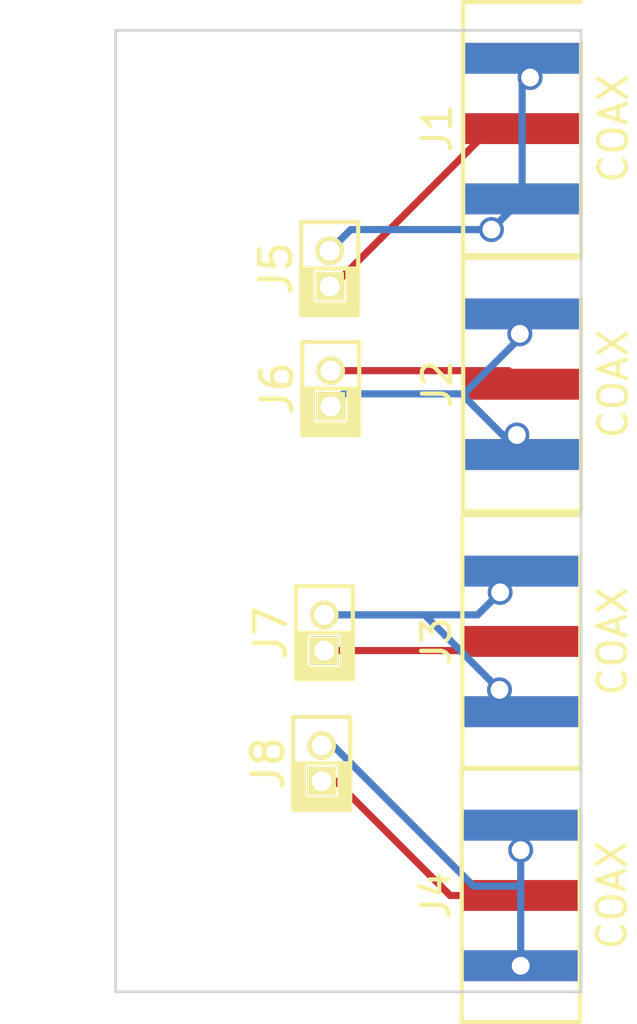
<source format=kicad_pcb>
(kicad_pcb (version 3) (host pcbnew "(2013-may-18)-stable")

  (general
    (links 20)
    (no_connects 0)
    (area 0 0 0 0)
    (thickness 1.6)
    (drawings 5)
    (tracks 61)
    (zones 0)
    (modules 8)
    (nets 9)
  )

  (page A3)
  (layers
    (15 F.Cu signal)
    (0 B.Cu signal)
    (16 B.Adhes user)
    (17 F.Adhes user)
    (18 B.Paste user)
    (19 F.Paste user)
    (20 B.SilkS user)
    (21 F.SilkS user)
    (22 B.Mask user)
    (23 F.Mask user)
    (24 Dwgs.User user)
    (25 Cmts.User user)
    (26 Eco1.User user)
    (27 Eco2.User user)
    (28 Edge.Cuts user)
  )

  (setup
    (last_trace_width 0.254)
    (trace_clearance 0.254)
    (zone_clearance 0.508)
    (zone_45_only no)
    (trace_min 0.254)
    (segment_width 0.2)
    (edge_width 0.1)
    (via_size 0.889)
    (via_drill 0.635)
    (via_min_size 0.889)
    (via_min_drill 0.508)
    (uvia_size 0.508)
    (uvia_drill 0.127)
    (uvias_allowed no)
    (uvia_min_size 0.508)
    (uvia_min_drill 0.127)
    (pcb_text_width 0.3)
    (pcb_text_size 1.5 1.5)
    (mod_edge_width 0.15)
    (mod_text_size 1 1)
    (mod_text_width 0.15)
    (pad_size 1.1 4.2)
    (pad_drill 0)
    (pad_to_mask_clearance 0)
    (aux_axis_origin 0 0)
    (visible_elements FFFFFFBF)
    (pcbplotparams
      (layerselection 3178497)
      (usegerberextensions true)
      (excludeedgelayer true)
      (linewidth 0.150000)
      (plotframeref false)
      (viasonmask false)
      (mode 1)
      (useauxorigin false)
      (hpglpennumber 1)
      (hpglpenspeed 20)
      (hpglpendiameter 15)
      (hpglpenoverlay 2)
      (psnegative false)
      (psa4output false)
      (plotreference true)
      (plotvalue true)
      (plotothertext true)
      (plotinvisibletext false)
      (padsonsilk false)
      (subtractmaskfromsilk false)
      (outputformat 1)
      (mirror false)
      (drillshape 1)
      (scaleselection 1)
      (outputdirectory ""))
  )

  (net 0 "")
  (net 1 N-000001)
  (net 2 N-000002)
  (net 3 N-000003)
  (net 4 N-000004)
  (net 5 N-000005)
  (net 6 N-000006)
  (net 7 N-000007)
  (net 8 N-000008)

  (net_class Default "This is the default net class."
    (clearance 0.254)
    (trace_width 0.254)
    (via_dia 0.889)
    (via_drill 0.635)
    (uvia_dia 0.508)
    (uvia_drill 0.127)
    (add_net "")
    (add_net N-000001)
    (add_net N-000002)
    (add_net N-000003)
    (add_net N-000004)
    (add_net N-000005)
    (add_net N-000006)
    (add_net N-000007)
    (add_net N-000008)
  )

  (module SMA_EDGE (layer F.Cu) (tedit 54DC29C8) (tstamp 54DC2BAD)
    (at 295.9227 108.9279 90)
    (path /54DC2663)
    (fp_text reference J2 (at 0 -5.125 90) (layer F.SilkS)
      (effects (font (size 1 1) (thickness 0.15)))
    )
    (fp_text value COAX (at 0 1.15 90) (layer F.SilkS)
      (effects (font (size 1 1) (thickness 0.15)))
    )
    (fp_line (start 4.5 0) (end 4.5 -4.2) (layer F.SilkS) (width 0.15))
    (fp_line (start 4.5 -4.2) (end -4.5 -4.2) (layer F.SilkS) (width 0.15))
    (fp_line (start -4.5 -4.2) (end -4.5 0) (layer F.SilkS) (width 0.15))
    (fp_line (start -4.5 0) (end -3.05 0) (layer F.SilkS) (width 0.15))
    (fp_line (start -3.05 0) (end 3.05 0) (layer F.SilkS) (width 0.15))
    (pad 1 smd rect (at 0 -2.1 90) (size 1.1 4.2)
      (layers F.Cu F.Paste F.Mask)
      (net 7 N-000007)
    )
    (pad 2 smd rect (at -2.5 -2.1 90) (size 1.1 4.2)
      (layers B.Cu F.Paste F.Mask)
      (net 1 N-000001)
    )
    (pad 2 smd rect (at 2.5 -2.1 90) (size 1.1 4.2)
      (layers B.Cu F.Paste F.Mask)
      (net 1 N-000001)
    )
    (pad 2 smd rect (at 2.5 -2.1 90) (size 1.1 4.2)
      (layers F.Cu F.Paste F.Mask)
      (net 1 N-000001)
    )
    (pad 2 smd rect (at -2.5 -2.1 90) (size 1.1 4.2)
      (layers F.Cu F.Paste F.Mask)
      (net 1 N-000001)
    )
  )

  (module SMA_EDGE (layer F.Cu) (tedit 54DC29C8) (tstamp 54DC2BBB)
    (at 295.89476 118.07698 90)
    (path /54DC267B)
    (fp_text reference J3 (at 0 -5.125 90) (layer F.SilkS)
      (effects (font (size 1 1) (thickness 0.15)))
    )
    (fp_text value COAX (at 0 1.15 90) (layer F.SilkS)
      (effects (font (size 1 1) (thickness 0.15)))
    )
    (fp_line (start 4.5 0) (end 4.5 -4.2) (layer F.SilkS) (width 0.15))
    (fp_line (start 4.5 -4.2) (end -4.5 -4.2) (layer F.SilkS) (width 0.15))
    (fp_line (start -4.5 -4.2) (end -4.5 0) (layer F.SilkS) (width 0.15))
    (fp_line (start -4.5 0) (end -3.05 0) (layer F.SilkS) (width 0.15))
    (fp_line (start -3.05 0) (end 3.05 0) (layer F.SilkS) (width 0.15))
    (pad 1 smd rect (at 0 -2.1 90) (size 1.1 4.2)
      (layers F.Cu F.Paste F.Mask)
      (net 2 N-000002)
    )
    (pad 2 smd rect (at -2.5 -2.1 90) (size 1.1 4.2)
      (layers B.Cu F.Paste F.Mask)
      (net 3 N-000003)
    )
    (pad 2 smd rect (at 2.5 -2.1 90) (size 1.1 4.2)
      (layers B.Cu F.Paste F.Mask)
      (net 3 N-000003)
    )
    (pad 2 smd rect (at 2.5 -2.1 90) (size 1.1 4.2)
      (layers F.Cu F.Paste F.Mask)
      (net 3 N-000003)
    )
    (pad 2 smd rect (at -2.5 -2.1 90) (size 1.1 4.2)
      (layers F.Cu F.Paste F.Mask)
      (net 3 N-000003)
    )
  )

  (module SMA_EDGE (layer F.Cu) (tedit 54DC29C8) (tstamp 54DC2BC9)
    (at 295.8719 127.1143 90)
    (path /54DC26A8)
    (fp_text reference J4 (at 0 -5.125 90) (layer F.SilkS)
      (effects (font (size 1 1) (thickness 0.15)))
    )
    (fp_text value COAX (at 0 1.15 90) (layer F.SilkS)
      (effects (font (size 1 1) (thickness 0.15)))
    )
    (fp_line (start 4.5 0) (end 4.5 -4.2) (layer F.SilkS) (width 0.15))
    (fp_line (start 4.5 -4.2) (end -4.5 -4.2) (layer F.SilkS) (width 0.15))
    (fp_line (start -4.5 -4.2) (end -4.5 0) (layer F.SilkS) (width 0.15))
    (fp_line (start -4.5 0) (end -3.05 0) (layer F.SilkS) (width 0.15))
    (fp_line (start -3.05 0) (end 3.05 0) (layer F.SilkS) (width 0.15))
    (pad 1 smd rect (at 0 -2.1 90) (size 1.1 4.2)
      (layers F.Cu F.Paste F.Mask)
      (net 4 N-000004)
    )
    (pad 2 smd rect (at -2.5 -2.1 90) (size 1.1 4.2)
      (layers B.Cu F.Paste F.Mask)
      (net 5 N-000005)
    )
    (pad 2 smd rect (at 2.5 -2.1 90) (size 1.1 4.2)
      (layers B.Cu F.Paste F.Mask)
      (net 5 N-000005)
    )
    (pad 2 smd rect (at 2.5 -2.1 90) (size 1.1 4.2)
      (layers F.Cu F.Paste F.Mask)
      (net 5 N-000005)
    )
    (pad 2 smd rect (at -2.5 -2.1 90) (size 1.1 4.2)
      (layers F.Cu F.Paste F.Mask)
      (net 5 N-000005)
    )
  )

  (module SMA_EDGE (layer F.Cu) (tedit 54DC29C8) (tstamp 54DC2BD7)
    (at 295.9227 99.8347 90)
    (path /54DC264D)
    (fp_text reference J1 (at 0 -5.125 90) (layer F.SilkS)
      (effects (font (size 1 1) (thickness 0.15)))
    )
    (fp_text value COAX (at 0 1.15 90) (layer F.SilkS)
      (effects (font (size 1 1) (thickness 0.15)))
    )
    (fp_line (start 4.5 0) (end 4.5 -4.2) (layer F.SilkS) (width 0.15))
    (fp_line (start 4.5 -4.2) (end -4.5 -4.2) (layer F.SilkS) (width 0.15))
    (fp_line (start -4.5 -4.2) (end -4.5 0) (layer F.SilkS) (width 0.15))
    (fp_line (start -4.5 0) (end -3.05 0) (layer F.SilkS) (width 0.15))
    (fp_line (start -3.05 0) (end 3.05 0) (layer F.SilkS) (width 0.15))
    (pad 1 smd rect (at 0 -2.1 90) (size 1.1 4.2)
      (layers F.Cu F.Paste F.Mask)
      (net 8 N-000008)
    )
    (pad 2 smd rect (at -2.5 -2.1 90) (size 1.1 4.2)
      (layers B.Cu F.Paste F.Mask)
      (net 6 N-000006)
    )
    (pad 2 smd rect (at 2.5 -2.1 90) (size 1.1 4.2)
      (layers B.Cu F.Paste F.Mask)
      (net 6 N-000006)
    )
    (pad 2 smd rect (at 2.5 -2.1 90) (size 1.1 4.2)
      (layers F.Cu F.Paste F.Mask)
      (net 6 N-000006)
    )
    (pad 2 smd rect (at -2.5 -2.1 90) (size 1.1 4.2)
      (layers F.Cu F.Paste F.Mask)
      (net 6 N-000006)
    )
  )

  (module HDR_2X1_50MIL (layer F.Cu) (tedit 519A8251) (tstamp 54DC2FE9)
    (at 286.9692 104.8131 90)
    (path /54DC22D5)
    (fp_text reference J5 (at 0 -1.905 90) (layer F.SilkS)
      (effects (font (size 1.1 1.1) (thickness 0.17)))
    )
    (fp_text value CONN_2 (at 0 1.905 90) (layer F.SilkS) hide
      (effects (font (size 1.1 1.1) (thickness 0.17)))
    )
    (fp_line (start 0 0.635) (end -1.27 0.635) (layer F.SilkS) (width 0.15))
    (fp_line (start -1.27 -0.635) (end 0 -0.635) (layer F.SilkS) (width 0.15))
    (fp_line (start 0 -0.762) (end -1.27 -0.762) (layer F.SilkS) (width 0.15))
    (fp_line (start -1.27 -0.889) (end 0 -0.889) (layer F.SilkS) (width 0.15))
    (fp_line (start 0 0.762) (end -1.27 0.762) (layer F.SilkS) (width 0.15))
    (fp_line (start -1.27 0.889) (end -0.127 0.889) (layer F.SilkS) (width 0.15))
    (fp_line (start -1.27 -1.016) (end -1.27 1.016) (layer F.SilkS) (width 0.15))
    (fp_line (start -1.524 1.016) (end -1.524 -1.016) (layer F.SilkS) (width 0.15))
    (fp_line (start 0 -1.016) (end 0 1.016) (layer F.SilkS) (width 0.15))
    (fp_line (start -1.397 -1.016) (end -1.397 1.016) (layer F.SilkS) (width 0.15))
    (fp_line (start -1.651 -1.016) (end 1.651 -1.016) (layer F.SilkS) (width 0.15))
    (fp_line (start 1.651 -1.016) (end 1.651 1.016) (layer F.SilkS) (width 0.15))
    (fp_line (start 1.651 1.016) (end -1.651 1.016) (layer F.SilkS) (width 0.15))
    (fp_line (start -1.651 1.016) (end -1.651 -1.016) (layer F.SilkS) (width 0.15))
    (pad 2 thru_hole circle (at 0.635 0 180) (size 1.016 1.016) (drill 0.7112)
      (layers *.Cu *.Mask F.SilkS)
      (net 6 N-000006)
      (zone_connect 2)
    )
    (pad 1 thru_hole rect (at -0.635 0 90) (size 1.016 1.016) (drill 0.7112)
      (layers *.Cu *.Mask F.SilkS)
      (net 8 N-000008)
      (zone_connect 2)
    )
  )

  (module HDR_2X1_50MIL (layer F.Cu) (tedit 519A8251) (tstamp 54DC2FFD)
    (at 287.0073 109.0803 90)
    (path /54DC22E2)
    (fp_text reference J6 (at 0 -1.905 90) (layer F.SilkS)
      (effects (font (size 1.1 1.1) (thickness 0.17)))
    )
    (fp_text value CONN_2 (at 0 1.905 90) (layer F.SilkS) hide
      (effects (font (size 1.1 1.1) (thickness 0.17)))
    )
    (fp_line (start 0 0.635) (end -1.27 0.635) (layer F.SilkS) (width 0.15))
    (fp_line (start -1.27 -0.635) (end 0 -0.635) (layer F.SilkS) (width 0.15))
    (fp_line (start 0 -0.762) (end -1.27 -0.762) (layer F.SilkS) (width 0.15))
    (fp_line (start -1.27 -0.889) (end 0 -0.889) (layer F.SilkS) (width 0.15))
    (fp_line (start 0 0.762) (end -1.27 0.762) (layer F.SilkS) (width 0.15))
    (fp_line (start -1.27 0.889) (end -0.127 0.889) (layer F.SilkS) (width 0.15))
    (fp_line (start -1.27 -1.016) (end -1.27 1.016) (layer F.SilkS) (width 0.15))
    (fp_line (start -1.524 1.016) (end -1.524 -1.016) (layer F.SilkS) (width 0.15))
    (fp_line (start 0 -1.016) (end 0 1.016) (layer F.SilkS) (width 0.15))
    (fp_line (start -1.397 -1.016) (end -1.397 1.016) (layer F.SilkS) (width 0.15))
    (fp_line (start -1.651 -1.016) (end 1.651 -1.016) (layer F.SilkS) (width 0.15))
    (fp_line (start 1.651 -1.016) (end 1.651 1.016) (layer F.SilkS) (width 0.15))
    (fp_line (start 1.651 1.016) (end -1.651 1.016) (layer F.SilkS) (width 0.15))
    (fp_line (start -1.651 1.016) (end -1.651 -1.016) (layer F.SilkS) (width 0.15))
    (pad 2 thru_hole circle (at 0.635 0 180) (size 1.016 1.016) (drill 0.7112)
      (layers *.Cu *.Mask F.SilkS)
      (net 7 N-000007)
      (zone_connect 2)
    )
    (pad 1 thru_hole rect (at -0.635 0 90) (size 1.016 1.016) (drill 0.7112)
      (layers *.Cu *.Mask F.SilkS)
      (net 1 N-000001)
      (zone_connect 2)
    )
  )

  (module HDR_2X1_50MIL (layer F.Cu) (tedit 519A8251) (tstamp 54DC3011)
    (at 286.7787 117.7671 90)
    (path /54DC22E8)
    (fp_text reference J7 (at 0 -1.905 90) (layer F.SilkS)
      (effects (font (size 1.1 1.1) (thickness 0.17)))
    )
    (fp_text value CONN_2 (at 0 1.905 90) (layer F.SilkS) hide
      (effects (font (size 1.1 1.1) (thickness 0.17)))
    )
    (fp_line (start 0 0.635) (end -1.27 0.635) (layer F.SilkS) (width 0.15))
    (fp_line (start -1.27 -0.635) (end 0 -0.635) (layer F.SilkS) (width 0.15))
    (fp_line (start 0 -0.762) (end -1.27 -0.762) (layer F.SilkS) (width 0.15))
    (fp_line (start -1.27 -0.889) (end 0 -0.889) (layer F.SilkS) (width 0.15))
    (fp_line (start 0 0.762) (end -1.27 0.762) (layer F.SilkS) (width 0.15))
    (fp_line (start -1.27 0.889) (end -0.127 0.889) (layer F.SilkS) (width 0.15))
    (fp_line (start -1.27 -1.016) (end -1.27 1.016) (layer F.SilkS) (width 0.15))
    (fp_line (start -1.524 1.016) (end -1.524 -1.016) (layer F.SilkS) (width 0.15))
    (fp_line (start 0 -1.016) (end 0 1.016) (layer F.SilkS) (width 0.15))
    (fp_line (start -1.397 -1.016) (end -1.397 1.016) (layer F.SilkS) (width 0.15))
    (fp_line (start -1.651 -1.016) (end 1.651 -1.016) (layer F.SilkS) (width 0.15))
    (fp_line (start 1.651 -1.016) (end 1.651 1.016) (layer F.SilkS) (width 0.15))
    (fp_line (start 1.651 1.016) (end -1.651 1.016) (layer F.SilkS) (width 0.15))
    (fp_line (start -1.651 1.016) (end -1.651 -1.016) (layer F.SilkS) (width 0.15))
    (pad 2 thru_hole circle (at 0.635 0 180) (size 1.016 1.016) (drill 0.7112)
      (layers *.Cu *.Mask F.SilkS)
      (net 3 N-000003)
      (zone_connect 2)
    )
    (pad 1 thru_hole rect (at -0.635 0 90) (size 1.016 1.016) (drill 0.7112)
      (layers *.Cu *.Mask F.SilkS)
      (net 2 N-000002)
      (zone_connect 2)
    )
  )

  (module HDR_2X1_50MIL (layer F.Cu) (tedit 519A8251) (tstamp 54DC3025)
    (at 286.68472 122.4153 90)
    (path /54DC230A)
    (fp_text reference J8 (at 0 -1.905 90) (layer F.SilkS)
      (effects (font (size 1.1 1.1) (thickness 0.17)))
    )
    (fp_text value CONN_2 (at 0 1.905 90) (layer F.SilkS) hide
      (effects (font (size 1.1 1.1) (thickness 0.17)))
    )
    (fp_line (start 0 0.635) (end -1.27 0.635) (layer F.SilkS) (width 0.15))
    (fp_line (start -1.27 -0.635) (end 0 -0.635) (layer F.SilkS) (width 0.15))
    (fp_line (start 0 -0.762) (end -1.27 -0.762) (layer F.SilkS) (width 0.15))
    (fp_line (start -1.27 -0.889) (end 0 -0.889) (layer F.SilkS) (width 0.15))
    (fp_line (start 0 0.762) (end -1.27 0.762) (layer F.SilkS) (width 0.15))
    (fp_line (start -1.27 0.889) (end -0.127 0.889) (layer F.SilkS) (width 0.15))
    (fp_line (start -1.27 -1.016) (end -1.27 1.016) (layer F.SilkS) (width 0.15))
    (fp_line (start -1.524 1.016) (end -1.524 -1.016) (layer F.SilkS) (width 0.15))
    (fp_line (start 0 -1.016) (end 0 1.016) (layer F.SilkS) (width 0.15))
    (fp_line (start -1.397 -1.016) (end -1.397 1.016) (layer F.SilkS) (width 0.15))
    (fp_line (start -1.651 -1.016) (end 1.651 -1.016) (layer F.SilkS) (width 0.15))
    (fp_line (start 1.651 -1.016) (end 1.651 1.016) (layer F.SilkS) (width 0.15))
    (fp_line (start 1.651 1.016) (end -1.651 1.016) (layer F.SilkS) (width 0.15))
    (fp_line (start -1.651 1.016) (end -1.651 -1.016) (layer F.SilkS) (width 0.15))
    (pad 2 thru_hole circle (at 0.635 0 180) (size 1.016 1.016) (drill 0.7112)
      (layers *.Cu *.Mask F.SilkS)
      (net 5 N-000005)
      (zone_connect 2)
    )
    (pad 1 thru_hole rect (at -0.635 0 90) (size 1.016 1.016) (drill 0.7112)
      (layers *.Cu *.Mask F.SilkS)
      (net 4 N-000004)
      (zone_connect 2)
    )
  )

  (gr_line (start 279.3492 130.53822) (end 279.3492 96.3422) (angle 90) (layer Edge.Cuts) (width 0.1))
  (gr_line (start 295.9227 130.53822) (end 279.3492 130.53822) (angle 90) (layer Edge.Cuts) (width 0.1))
  (gr_line (start 295.9227 96.3422) (end 295.9227 130.53822) (angle 90) (layer Edge.Cuts) (width 0.1))
  (gr_line (start 279.3492 96.3422) (end 295.9227 96.3422) (angle 90) (layer Edge.Cuts) (width 0.1))
  (dimension 21.31124 (width 0.3) (layer Cmts.User)
    (gr_text "21.311 mm" (at 284.21658 113.540814 89.55612024) (layer Cmts.User)
      (effects (font (size 1.5 1.5) (thickness 0.3)))
    )
    (feature1 (pts (xy 280.4922 124.1679) (xy 285.483989 124.206573)))
    (feature2 (pts (xy 280.6573 102.8573) (xy 285.649089 102.895973)))
    (crossbar (pts (xy 282.949171 102.875056) (xy 282.784071 124.185656)))
    (arrow1a (pts (xy 282.784071 124.185656) (xy 282.206395 123.054643)))
    (arrow1b (pts (xy 282.784071 124.185656) (xy 283.379201 123.06373)))
    (arrow2a (pts (xy 282.949171 102.875056) (xy 282.354041 103.996982)))
    (arrow2b (pts (xy 282.949171 102.875056) (xy 283.526847 104.006069)))
  )

  (segment (start 292.95468 110.55988) (end 293.12864 110.73384) (width 0.254) (layer B.Cu) (net 1))
  (segment (start 293.6367 111.2419) (end 293.8227 111.4279) (width 0.254) (layer F.Cu) (net 1) (tstamp 54DC31E6) (status C00000))
  (segment (start 293.6367 110.73384) (end 293.6367 111.2419) (width 0.254) (layer F.Cu) (net 1) (tstamp 54DC31E5) (status 800000))
  (via (at 293.6367 110.73384) (size 0.889) (layers F.Cu B.Cu) (net 1))
  (segment (start 293.12864 110.73384) (end 293.6367 110.73384) (width 0.254) (layer B.Cu) (net 1) (tstamp 54DC31E3))
  (segment (start 293.74084 107.13466) (end 293.8227 107.0528) (width 0.254) (layer B.Cu) (net 1))
  (segment (start 293.8227 107.0528) (end 293.8227 106.4279) (width 0.254) (layer B.Cu) (net 1) (tstamp 54DC31DE) (status 800000))
  (segment (start 291.70881 109.31401) (end 293.74084 107.28198) (width 0.254) (layer B.Cu) (net 1))
  (segment (start 293.74084 106.50976) (end 293.8227 106.4279) (width 0.254) (layer F.Cu) (net 1) (tstamp 54DC31DB) (status C00000))
  (segment (start 293.74084 107.13466) (end 293.74084 106.50976) (width 0.254) (layer F.Cu) (net 1) (tstamp 54DC31DA) (status 800000))
  (via (at 293.74084 107.13466) (size 0.889) (layers F.Cu B.Cu) (net 1))
  (segment (start 293.74084 107.28198) (end 293.74084 107.13466) (width 0.254) (layer B.Cu) (net 1) (tstamp 54DC31D8))
  (segment (start 287.0073 109.7153) (end 287.4518 109.2708) (width 0.254) (layer B.Cu) (net 1) (status C00000))
  (segment (start 291.6656 109.2708) (end 291.70881 109.31401) (width 0.254) (layer B.Cu) (net 1) (tstamp 54DC31D2))
  (segment (start 291.70881 109.31401) (end 292.95468 110.55988) (width 0.254) (layer B.Cu) (net 1) (tstamp 54DC31D6))
  (segment (start 292.95468 110.55988) (end 293.8227 111.4279) (width 0.254) (layer B.Cu) (net 1) (tstamp 54DC31E1) (status 800000))
  (segment (start 287.4518 109.2708) (end 291.6656 109.2708) (width 0.254) (layer B.Cu) (net 1) (tstamp 54DC31D1) (status 400000))
  (segment (start 286.7787 118.4021) (end 293.46964 118.4021) (width 0.254) (layer F.Cu) (net 2) (status C00000))
  (segment (start 293.46964 118.4021) (end 293.79476 118.07698) (width 0.254) (layer F.Cu) (net 2) (tstamp 54DC315A) (status C00000))
  (segment (start 292.93817 119.72039) (end 293.01688 119.7991) (width 0.254) (layer B.Cu) (net 3))
  (segment (start 293.01688 119.7991) (end 293.79476 120.57698) (width 0.254) (layer F.Cu) (net 3) (tstamp 54DC31F5) (status 800000))
  (via (at 293.01688 119.7991) (size 0.889) (layers F.Cu B.Cu) (net 3))
  (via (at 293.03977 116.33197) (size 0.889) (layers F.Cu B.Cu) (net 3))
  (segment (start 293.03977 116.33197) (end 293.79476 115.57698) (width 0.254) (layer F.Cu) (net 3) (tstamp 54DC31ED) (status 800000))
  (segment (start 286.7787 117.1321) (end 292.23964 117.1321) (width 0.254) (layer B.Cu) (net 3) (status 400000))
  (segment (start 292.23964 117.1321) (end 293.03977 116.33197) (width 0.254) (layer B.Cu) (net 3) (tstamp 54DC3167))
  (segment (start 293.03977 116.33197) (end 293.79476 115.57698) (width 0.254) (layer B.Cu) (net 3) (tstamp 54DC31EA) (status 800000))
  (segment (start 286.7787 117.1321) (end 290.34988 117.1321) (width 0.254) (layer B.Cu) (net 3) (status 400000))
  (segment (start 290.34988 117.1321) (end 292.93817 119.72039) (width 0.254) (layer B.Cu) (net 3) (tstamp 54DC3163))
  (segment (start 292.93817 119.72039) (end 293.79476 120.57698) (width 0.254) (layer B.Cu) (net 3) (tstamp 54DC31F1) (status 800000))
  (segment (start 286.68472 123.0503) (end 287.19526 123.0503) (width 0.254) (layer F.Cu) (net 4) (status 400000))
  (segment (start 291.25926 127.1143) (end 293.7719 127.1143) (width 0.254) (layer F.Cu) (net 4) (tstamp 54DC31AC) (status 800000))
  (segment (start 287.19526 123.0503) (end 291.25926 127.1143) (width 0.254) (layer F.Cu) (net 4) (tstamp 54DC31AB))
  (via (at 293.7719 125.5014) (size 0.889) (layers F.Cu B.Cu) (net 5))
  (segment (start 293.7719 125.5014) (end 293.7719 124.6143) (width 0.254) (layer F.Cu) (net 5) (tstamp 54DC3205) (status 800000))
  (segment (start 286.68472 121.7803) (end 287.09112 121.7803) (width 0.254) (layer B.Cu) (net 5) (status C00000))
  (segment (start 292.09238 126.78156) (end 293.7719 126.78156) (width 0.254) (layer B.Cu) (net 5) (tstamp 54DC31FC))
  (segment (start 287.09112 121.7803) (end 292.09238 126.78156) (width 0.254) (layer B.Cu) (net 5) (tstamp 54DC31FB) (status 400000))
  (segment (start 293.7719 128.67386) (end 293.7719 129.6143) (width 0.254) (layer B.Cu) (net 5) (status 800000))
  (via (at 293.7719 129.6143) (size 0.889) (layers F.Cu B.Cu) (net 5) (status C00000))
  (segment (start 293.7719 124.6143) (end 293.7719 125.5014) (width 0.254) (layer B.Cu) (net 5) (status 400000))
  (segment (start 293.7719 125.5014) (end 293.7719 126.78156) (width 0.254) (layer B.Cu) (net 5) (tstamp 54DC3202))
  (segment (start 293.7719 126.78156) (end 293.7719 128.67386) (width 0.254) (layer B.Cu) (net 5) (tstamp 54DC3200))
  (segment (start 292.72992 103.42626) (end 293.82148 102.3347) (width 0.254) (layer B.Cu) (net 6) (status 800000))
  (segment (start 293.82148 102.3347) (end 293.8227 102.3347) (width 0.254) (layer B.Cu) (net 6) (tstamp 54DC31C9) (status C00000))
  (segment (start 286.9692 104.1781) (end 287.72104 103.42626) (width 0.254) (layer B.Cu) (net 6) (status 400000))
  (segment (start 287.72104 103.42626) (end 292.72992 103.42626) (width 0.254) (layer B.Cu) (net 6) (tstamp 54DC31C5))
  (segment (start 293.8227 97.3347) (end 293.8227 97.7347) (width 0.254) (layer B.Cu) (net 6) (status C00000))
  (segment (start 293.8227 97.7347) (end 293.8227 97.3347) (width 0.254) (layer F.Cu) (net 6) (tstamp 54DC31C2) (status C00000))
  (segment (start 294.1066 98.0186) (end 293.8227 97.7347) (width 0.254) (layer F.Cu) (net 6) (tstamp 54DC31C1) (status 800000))
  (via (at 294.1066 98.0186) (size 0.889) (layers F.Cu B.Cu) (net 6))
  (segment (start 293.8227 97.7347) (end 294.1066 98.0186) (width 0.254) (layer B.Cu) (net 6) (tstamp 54DC31BF) (status 400000))
  (segment (start 293.8227 102.3347) (end 293.8227 97.3347) (width 0.254) (layer B.Cu) (net 6) (status C00000))
  (segment (start 293.82148 102.3347) (end 293.8227 102.3347) (width 0.254) (layer F.Cu) (net 6) (tstamp 54DC3191) (status C00000))
  (via (at 292.72992 103.42626) (size 0.889) (layers F.Cu B.Cu) (net 6))
  (segment (start 292.72992 103.42626) (end 293.82148 102.3347) (width 0.254) (layer F.Cu) (net 6) (tstamp 54DC3190) (status 800000))
  (segment (start 287.0073 108.4453) (end 293.3401 108.4453) (width 0.254) (layer F.Cu) (net 7) (status C00000))
  (segment (start 293.3401 108.4453) (end 293.8227 108.9279) (width 0.254) (layer F.Cu) (net 7) (tstamp 54DC316D) (status C00000))
  (segment (start 286.9692 105.4481) (end 287.08096 105.4481) (width 0.254) (layer F.Cu) (net 8) (status C00000))
  (segment (start 292.69436 99.8347) (end 293.8227 99.8347) (width 0.254) (layer F.Cu) (net 8) (tstamp 54DC3186) (status C00000))
  (segment (start 287.08096 105.4481) (end 292.69436 99.8347) (width 0.254) (layer F.Cu) (net 8) (tstamp 54DC3185) (status C00000))

)

</source>
